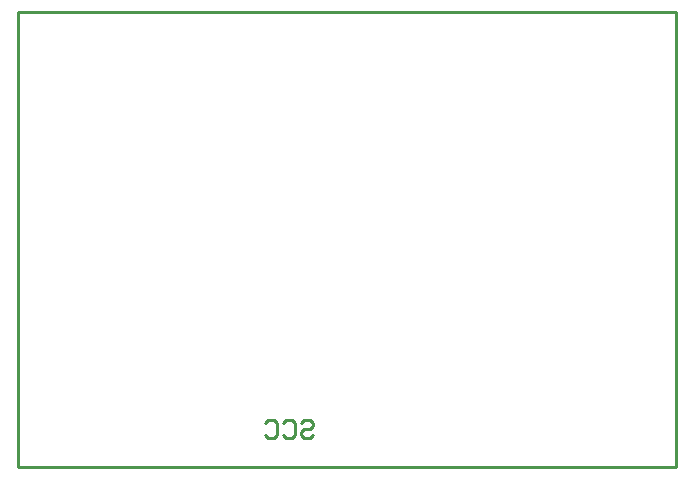
<source format=gbo>
G04 Layer_Color=32896*
%FSAX44Y44*%
%MOMM*%
G71*
G01*
G75*
%ADD32C,0.2540*%
D32*
X00509179Y00753586D02*
X01066178D01*
Y01138586D01*
X00509179D01*
Y00753586D01*
X00721013Y00778421D02*
X00718474Y00780961D01*
X00721013Y00778421D02*
X00726092D01*
X00728631Y00780961D01*
Y00791117D01*
X00726092Y00793656D01*
X00721013D01*
X00718474Y00791117D01*
X00733709D02*
X00736248Y00793656D01*
X00741327D01*
X00743866Y00791117D01*
Y00780961D01*
X00741327Y00778421D01*
X00736248D01*
X00733709Y00780961D01*
X00748944D02*
X00751483Y00778421D01*
X00756562D01*
X00759101Y00780961D01*
X00756562Y00786039D02*
X00751483D01*
X00748944Y00783500D01*
Y00780961D01*
X00756562Y00786039D02*
X00759101Y00788578D01*
Y00791117D01*
X00756562Y00793656D01*
X00751483D01*
X00748944Y00791117D01*
M02*

</source>
